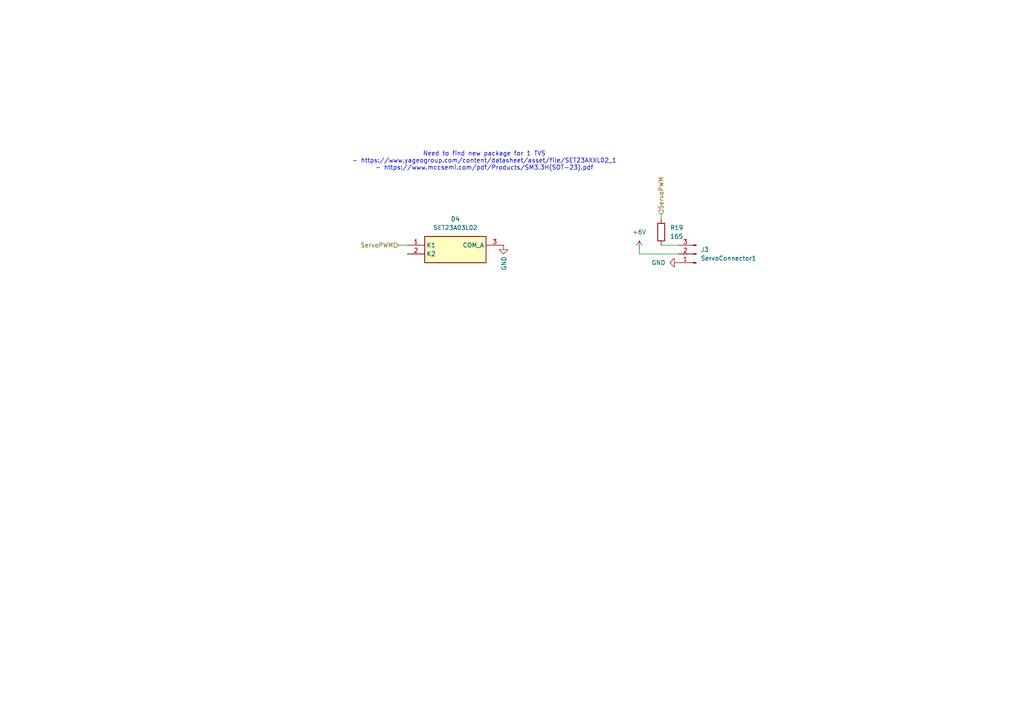
<source format=kicad_sch>
(kicad_sch (version 20250114) (generator "eeschema") (generator_version "9.0")
  (paper "A4")
  (lib_symbols
    (symbol "Connector:Conn_01x03_Pin" (pin_names (offset 1.016) (hide yes))
      (property "Reference" "J" (at 0 5.08 0))
      (property "Value" "Conn_01x03_Pin" (at 0 -5.08 0))
      (symbol "Conn_01x03_Pin_1_1"
        (rectangle (start 0.8636 2.667) (end 0 2.413) (stroke (width 0.1524)) (fill (type outline)))
        (rectangle (start 0.8636 0.127) (end 0 -0.127) (stroke (width 0.1524)) (fill (type outline)))
        (rectangle (start 0.8636 -2.413) (end 0 -2.667) (stroke (width 0.1524)) (fill (type outline)))
        (polyline (pts (xy 1.27 2.54) (xy 0.8636 2.54)) (stroke (width 0.1524)))
        (polyline (pts (xy 1.27 0) (xy 0.8636 0)) (stroke (width 0.1524)))
        (polyline (pts (xy 1.27 -2.54) (xy 0.8636 -2.54)) (stroke (width 0.1524)))
        (pin passive line (at 5.08 2.54 180) (length 3.81) (name "Pin_1") (number "1"))
        (pin passive line (at 5.08 0 180) (length 3.81) (name "Pin_2") (number "2"))
        (pin passive line (at 5.08 -2.54 180) (length 3.81) (name "Pin_3") (number "3"))
      )
    )
    (symbol "Device:R" (pin_numbers (hide yes)) (pin_names (offset 0))
      (property "Reference" "R" (at 2.032 0 90))
      (property "Value" "R" (at 0 0 90))
      (symbol "R_0_1"
        (rectangle (start -1.016 -2.54) (end 1.016 2.54) (stroke (width 0.254)))
      )
      (symbol "R_1_1"
        (pin passive line (at 0 3.81 270) (length 1.27) (name "~") (number "1"))
        (pin passive line (at 0 -3.81 90) (length 1.27) (name "~") (number "2"))
      )
    )
    (symbol "SET23A03L02:SET23A03L02"
      (property "Reference" "D" (at 24.13 7.62 0))
      (property "Value" "SET23A03L02" (at 24.13 5.08 0))
      (symbol "SET23A03L02_1_1"
        (rectangle (start 5.08 2.54) (end 22.86 -5.08) (stroke (width 0.254)) (fill (type background)))
        (pin passive line (at 0 0 0) (length 5.08) (name "K1") (number "1"))
        (pin passive line (at 0 -2.54 0) (length 5.08) (name "K2") (number "2"))
        (pin passive line (at 27.94 0 180) (length 5.08) (name "COM_A") (number "3"))
      )
    )
    (symbol "power:+6V" (power) (pin_numbers (hide yes)) (pin_names (offset 0) (hide yes))
      (property "Value" "+6V" (at 0 3.556 0))
      (symbol "+6V_0_1"
        (polyline (pts (xy -0.762 1.27) (xy 0 2.54)))
        (polyline (pts (xy 0 2.54) (xy 0.762 1.27)))
        (polyline (pts (xy 0 0) (xy 0 2.54)))
      )
      (symbol "+6V_1_1"
        (pin power_in line (at 0 0 90) (length 0) (name "~") (number "1"))
      )
    )
    (symbol "power:GND" (power) (pin_numbers (hide yes)) (pin_names (offset 0) (hide yes))
      (property "Value" "GND" (at 0 -3.81 0))
      (symbol "GND_0_1"
        (polyline (pts (xy 0 0) (xy 0 -1.27) (xy 1.27 -1.27) (xy 0 -2.54) (xy -1.27 -1.27) (xy 0 -1.27)))
      )
      (symbol "GND_1_1"
        (pin power_in line (at 0 0 270) (length 0) (name "~") (number "1"))
      )
    )
  )
  (text "Need to find new package for 1 TVS\n- https://www.yageogroup.com/content/datasheet/asset/file/SET23AXXL02_1\n- https://www.mccsemi.com/pdf/Products/SM3.3H(SOT-23).pdf" (at 140.462 46.736 0) (effects (font (size 1.27 1.27))))
  (wire (pts (xy 185.42 72.39) (xy 185.42 73.66)))
  (wire (pts (xy 196.85 73.66) (xy 185.42 73.66)))
  (wire (pts (xy 191.77 62.23) (xy 191.77 63.5)))
  (wire (pts (xy 115.57 71.12) (xy 118.11 71.12)))
  (wire (pts (xy 191.77 71.12) (xy 196.85 71.12)))
  (hierarchical_label "ServoPWM" (shape input) (at 115.57 71.12 180))
  (hierarchical_label "ServoPWM" (shape input) (at 191.77 62.23 90))
  (symbol (lib_id "SET23A03L02:SET23A03L02") (at 118.11 71.12 0) (unit 1)
    (property "Reference" "D4" (at 132.08 63.5 0))
    (property "Value" "SET23A03L02" (at 132.08 66.04 0))
    (property "Footprint" "SOT95P230X109-3N" (effects (hide yes)))
    (property "Description" "ESD Protection Diodes / TVS Diodes TVS ESD SOIC-08 3.3V 76.8V" (effects (hide yes)))
    (property "Height" "1.09" (effects (hide yes)))
    (property "Mouser Part Number" "603-SET23A03L02" (effects (hide yes)))
    (property "Mouser Price/Stock" "https://www.mouser.co.uk/ProductDetail/YAGEO/SET23A03L02?qs=DRkmTr78QASD5DRaK8Y6sQ%3D%3D" (effects (hide yes)))
    (property "Manufacturer_Name" "YAGEO" (effects (hide yes)))
    (property "Manufacturer_Part_Number" "SET23A03L02" (effects (hide yes)))
  )
  (symbol (lib_id "Connector:Conn_01x03_Pin") (at 201.93 73.66 180) (unit 1)
    (property "Reference" "J3" (at 203.2 72.3899 0) (effects (justify right)))
    (property "Value" "ServoConnector1" (at 203.2 74.9299 0) (effects (justify right)))
    (property "Description" "Generic connector, single row, 01x03, script generated" (effects (hide yes)))
  )
  (symbol (lib_id "Device:R") (at 191.77 67.31 0) (unit 1)
    (property "Reference" "R19" (at 194.31 66.0399 0) (effects (justify left)))
    (property "Value" "165" (at 194.31 68.5799 0) (effects (justify left)))
    (property "Description" "Resistor" (effects (hide yes)))
  )
  (symbol (lib_id "power:GND") (at 196.85 76.2 270) (unit 1)
    (property "Reference" "#PWR016" (effects (hide yes)))
    (property "Value" "GND" (at 193.04 76.1999 90) (effects (justify right)))
    (property "Description" "Power symbol creates a global label with name \"GND\" , ground" (effects (hide yes)))
  )
  (symbol (lib_id "power:GND") (at 146.05 71.12 0) (unit 1)
    (property "Reference" "#PWR046" (effects (hide yes)))
    (property "Value" "GND" (at 146.177 74.3712 90) (effects (justify right)))
  )
  (symbol (lib_id "power:+6V") (at 185.42 72.39 0) (unit 1)
    (property "Reference" "#PWR028" (effects (hide yes)))
    (property "Value" "+6V" (at 185.42 67.31 0))
    (property "Description" "Power symbol creates a global label with name \"+6V\"" (effects (hide yes)))
  )
)
</source>
